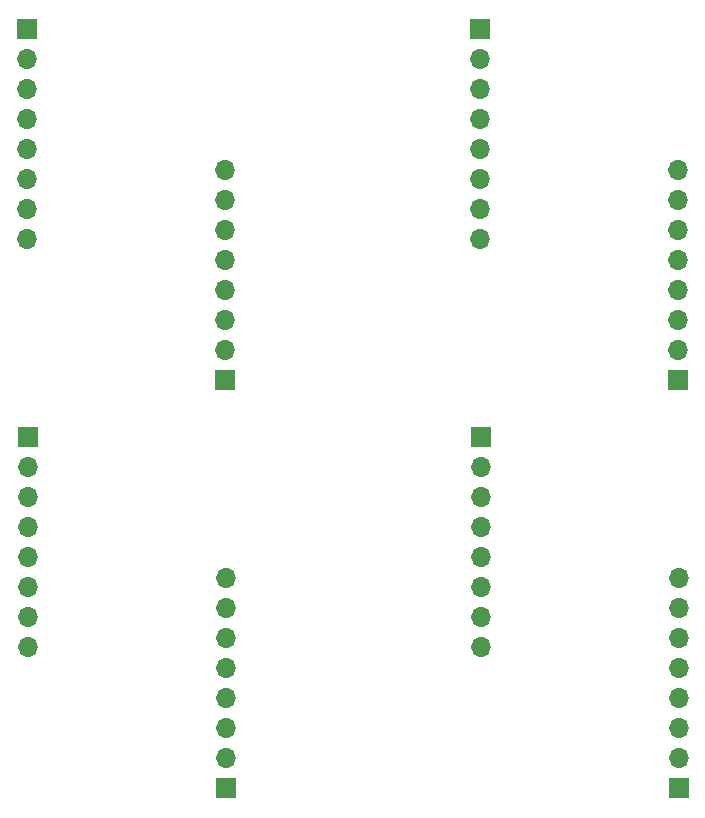
<source format=gbr>
%TF.GenerationSoftware,KiCad,Pcbnew,7.0.1*%
%TF.CreationDate,2023-03-21T17:03:07+01:00*%
%TF.ProjectId,microsdcard_sub_panelized,6d696372-6f73-4646-9361-72645f737562,rev?*%
%TF.SameCoordinates,Original*%
%TF.FileFunction,Soldermask,Top*%
%TF.FilePolarity,Negative*%
%FSLAX46Y46*%
G04 Gerber Fmt 4.6, Leading zero omitted, Abs format (unit mm)*
G04 Created by KiCad (PCBNEW 7.0.1) date 2023-03-21 17:03:07*
%MOMM*%
%LPD*%
G01*
G04 APERTURE LIST*
%ADD10R,1.700000X1.700000*%
%ADD11O,1.700000X1.700000*%
G04 APERTURE END LIST*
D10*
%TO.C,REF\u002A\u002A*%
X78393200Y-94894400D03*
D11*
X78393200Y-97434400D03*
X78393200Y-99974400D03*
X78393200Y-102514400D03*
X78393200Y-105054400D03*
X78393200Y-107594400D03*
X78393200Y-110134400D03*
X78393200Y-112674400D03*
%TD*%
D10*
%TO.C,REF\u002A\u002A*%
X95132000Y-124617600D03*
D11*
X95132000Y-122077600D03*
X95132000Y-119537600D03*
X95132000Y-116997600D03*
X95132000Y-114457600D03*
X95132000Y-111917600D03*
X95132000Y-109377600D03*
X95132000Y-106837600D03*
%TD*%
D10*
%TO.C,REF\u002A\u002A*%
X133486000Y-124588400D03*
D11*
X133486000Y-122048400D03*
X133486000Y-119508400D03*
X133486000Y-116968400D03*
X133486000Y-114428400D03*
X133486000Y-111888400D03*
X133486000Y-109348400D03*
X133486000Y-106808400D03*
%TD*%
D10*
%TO.C,REF\u002A\u002A*%
X116747200Y-94865200D03*
D11*
X116747200Y-97405200D03*
X116747200Y-99945200D03*
X116747200Y-102485200D03*
X116747200Y-105025200D03*
X116747200Y-107565200D03*
X116747200Y-110105200D03*
X116747200Y-112645200D03*
%TD*%
D10*
%TO.C,REF\u002A\u002A*%
X116645600Y-60321200D03*
D11*
X116645600Y-62861200D03*
X116645600Y-65401200D03*
X116645600Y-67941200D03*
X116645600Y-70481200D03*
X116645600Y-73021200D03*
X116645600Y-75561200D03*
X116645600Y-78101200D03*
%TD*%
D10*
%TO.C,REF\u002A\u002A*%
X133384400Y-90044400D03*
D11*
X133384400Y-87504400D03*
X133384400Y-84964400D03*
X133384400Y-82424400D03*
X133384400Y-79884400D03*
X133384400Y-77344400D03*
X133384400Y-74804400D03*
X133384400Y-72264400D03*
%TD*%
D10*
%TO.C,REF\u002A\u002A*%
X95030400Y-90073600D03*
D11*
X95030400Y-87533600D03*
X95030400Y-84993600D03*
X95030400Y-82453600D03*
X95030400Y-79913600D03*
X95030400Y-77373600D03*
X95030400Y-74833600D03*
X95030400Y-72293600D03*
%TD*%
D10*
%TO.C,REF\u002A\u002A*%
X78291600Y-60350400D03*
D11*
X78291600Y-62890400D03*
X78291600Y-65430400D03*
X78291600Y-67970400D03*
X78291600Y-70510400D03*
X78291600Y-73050400D03*
X78291600Y-75590400D03*
X78291600Y-78130400D03*
%TD*%
M02*

</source>
